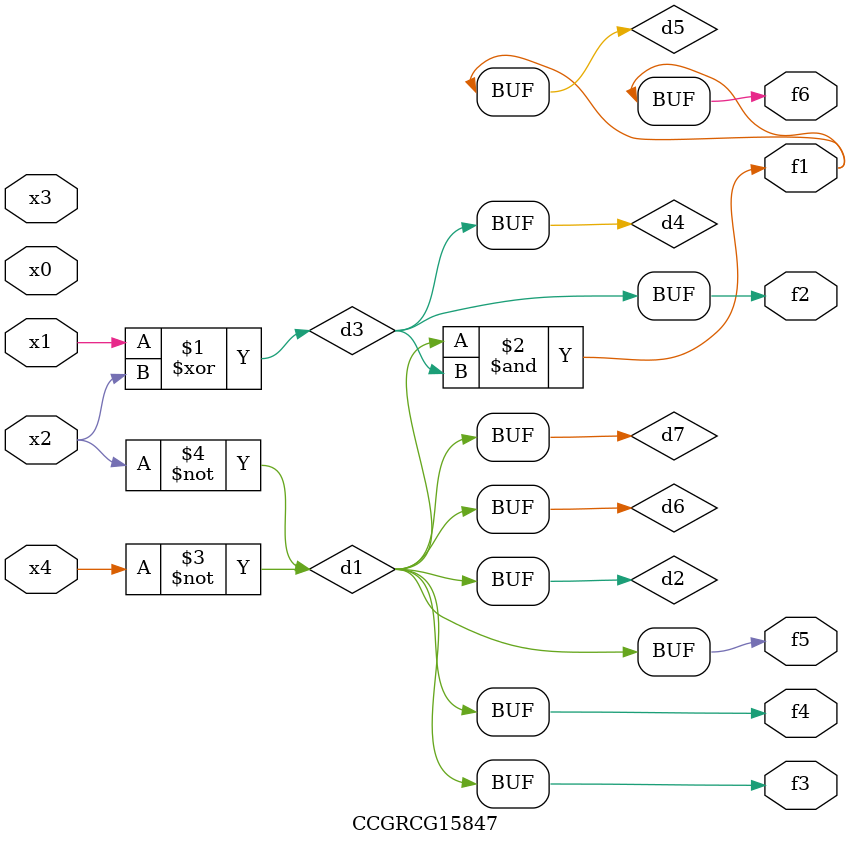
<source format=v>
module CCGRCG15847(
	input x0, x1, x2, x3, x4,
	output f1, f2, f3, f4, f5, f6
);

	wire d1, d2, d3, d4, d5, d6, d7;

	not (d1, x4);
	not (d2, x2);
	xor (d3, x1, x2);
	buf (d4, d3);
	and (d5, d1, d3);
	buf (d6, d1, d2);
	buf (d7, d2);
	assign f1 = d5;
	assign f2 = d4;
	assign f3 = d7;
	assign f4 = d7;
	assign f5 = d7;
	assign f6 = d5;
endmodule

</source>
